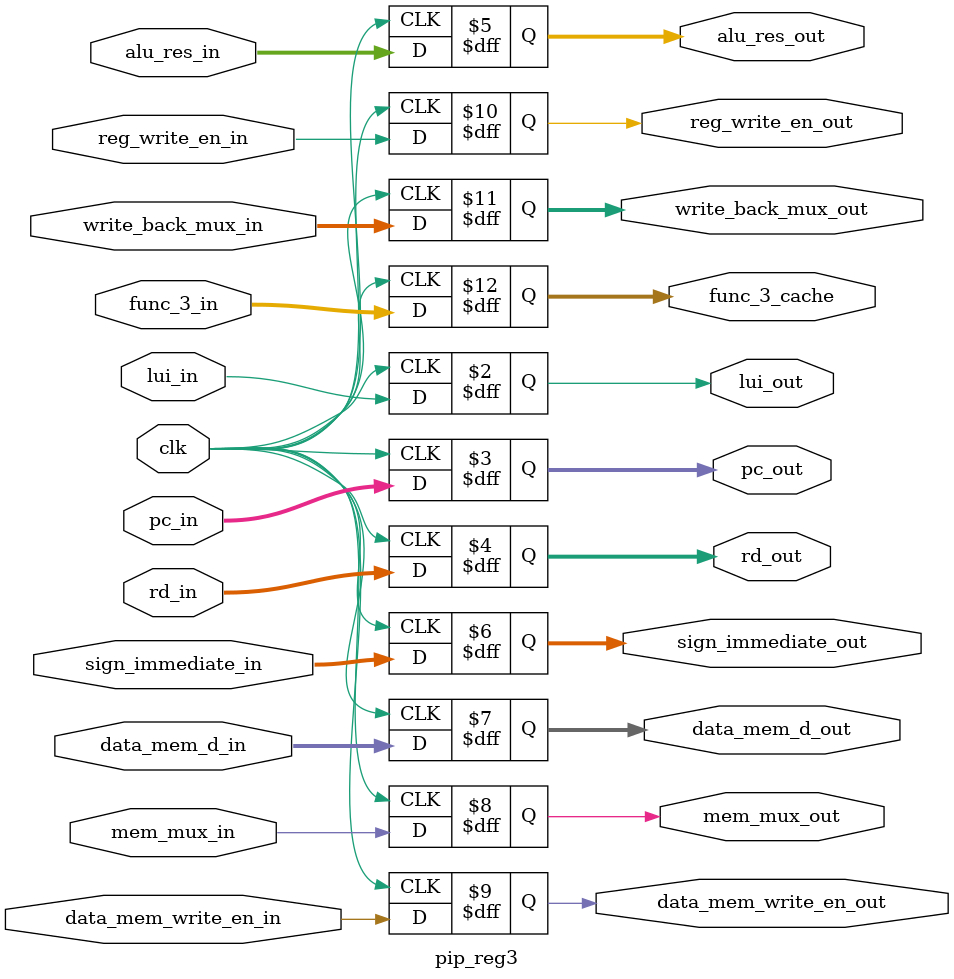
<source format=sv>
module pip_reg3 #(
    parameter IMMEDIATE_WIDTH = 32,
    parameter ADDRESS_WIDTH = 32,
    parameter R_ADRESS_WIDTH = 5
) (
    input   logic                           clk,
    input   logic                           lui_in,
    input   logic [IMMEDIATE_WIDTH-1:0]     pc_in,
    input   logic [R_ADRESS_WIDTH-1:0]      rd_in,
    input   logic [IMMEDIATE_WIDTH-1:0]     alu_res_in,
    input   logic [IMMEDIATE_WIDTH-1:0]     sign_immediate_in,
    input   logic [IMMEDIATE_WIDTH-1:0]     data_mem_d_in,
    input   logic                           mem_mux_in,
    input   logic                           data_mem_write_en_in,//cache
    input   logic                           reg_write_en_in,
    input   logic [1:0]                     write_back_mux_in,
    input   logic [2:0]                     func_3_in,
    

    output   logic                           lui_out,
    output   logic [IMMEDIATE_WIDTH-1:0]     pc_out,
    output   logic [R_ADRESS_WIDTH-1:0]      rd_out,
    output   logic [IMMEDIATE_WIDTH-1:0]     alu_res_out,
    output   logic [IMMEDIATE_WIDTH-1:0]     sign_immediate_out,
    output   logic [IMMEDIATE_WIDTH-1:0]     data_mem_d_out,
    output   logic                           mem_mux_out,
    output   logic                           data_mem_write_en_out,
    output   logic                           reg_write_en_out,
    output   logic [1:0]                     write_back_mux_out,
    output   logic [2:0]                     func_3_cache
);

    always_ff @(posedge clk) begin
        lui_out <= lui_in;
        pc_out <= pc_in;
        rd_out <= rd_in;
        alu_res_out <= alu_res_in;
        sign_immediate_out <= sign_immediate_in;
        data_mem_d_out <= data_mem_d_in;
        mem_mux_out <= mem_mux_in;
        data_mem_write_en_out <= data_mem_write_en_in;
        reg_write_en_out <= reg_write_en_in;
        write_back_mux_out <= write_back_mux_in;
        func_3_cache <= func_3_in;
    end
    
endmodule
</source>
